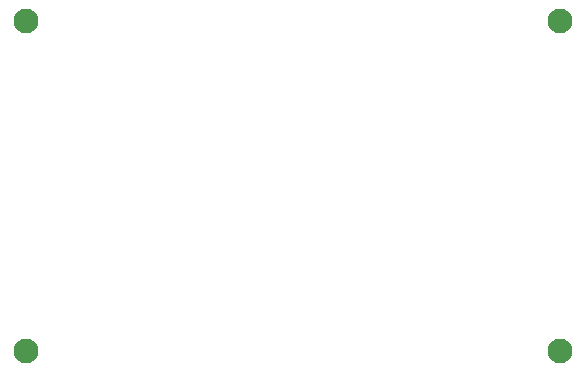
<source format=gbr>
%TF.GenerationSoftware,KiCad,Pcbnew,7.0.5-0*%
%TF.CreationDate,2023-07-20T08:32:21+02:00*%
%TF.ProjectId,MCU-Datalogger,4d43552d-4461-4746-916c-6f676765722e,V1.0*%
%TF.SameCoordinates,Original*%
%TF.FileFunction,NonPlated,1,4,NPTH,Drill*%
%TF.FilePolarity,Positive*%
%FSLAX46Y46*%
G04 Gerber Fmt 4.6, Leading zero omitted, Abs format (unit mm)*
G04 Created by KiCad (PCBNEW 7.0.5-0) date 2023-07-20 08:32:21*
%MOMM*%
%LPD*%
G01*
G04 APERTURE LIST*
%TA.AperFunction,ComponentDrill*%
%ADD10C,2.100000*%
%TD*%
G04 APERTURE END LIST*
D10*
%TO.C,H1*%
X130048000Y-77724000D03*
%TO.C,H3*%
X130048000Y-105664000D03*
%TO.C,H2*%
X175260000Y-77724000D03*
%TO.C,H4*%
X175260000Y-105664000D03*
M02*

</source>
